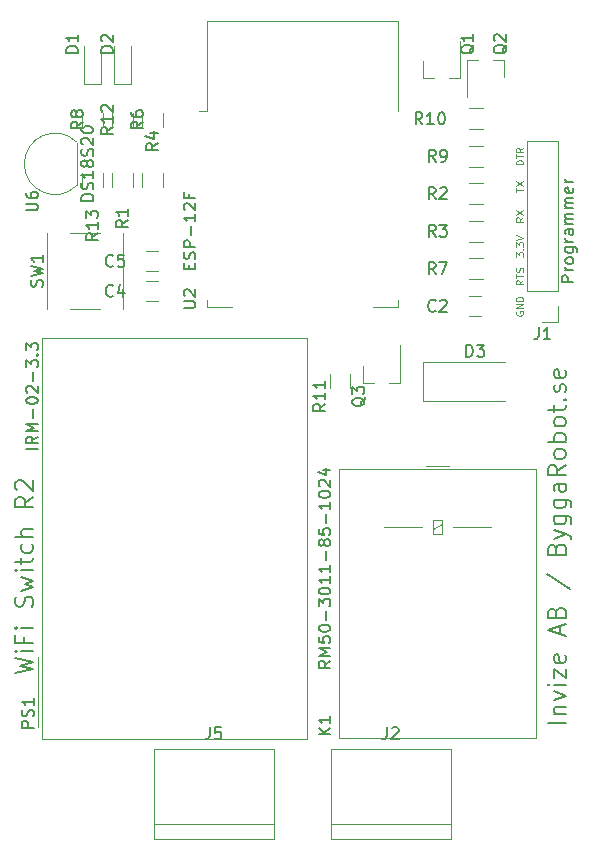
<source format=gbr>
G04 #@! TF.GenerationSoftware,KiCad,Pcbnew,(5.1.0)-1*
G04 #@! TF.CreationDate,2019-03-27T16:53:23+01:00*
G04 #@! TF.ProjectId,WiFi switch,57694669-2073-4776-9974-63682e6b6963,rev?*
G04 #@! TF.SameCoordinates,Original*
G04 #@! TF.FileFunction,Legend,Top*
G04 #@! TF.FilePolarity,Positive*
%FSLAX46Y46*%
G04 Gerber Fmt 4.6, Leading zero omitted, Abs format (unit mm)*
G04 Created by KiCad (PCBNEW (5.1.0)-1) date 2019-03-27 16:53:23*
%MOMM*%
%LPD*%
G04 APERTURE LIST*
%ADD10C,0.200000*%
%ADD11C,0.100000*%
%ADD12C,0.120000*%
%ADD13C,0.150000*%
G04 APERTURE END LIST*
D10*
X178248571Y-120609285D02*
X179748571Y-120252142D01*
X178677142Y-119966428D01*
X179748571Y-119680714D01*
X178248571Y-119323571D01*
X179748571Y-118752142D02*
X178748571Y-118752142D01*
X178248571Y-118752142D02*
X178320000Y-118823571D01*
X178391428Y-118752142D01*
X178320000Y-118680714D01*
X178248571Y-118752142D01*
X178391428Y-118752142D01*
X178962857Y-117537857D02*
X178962857Y-118037857D01*
X179748571Y-118037857D02*
X178248571Y-118037857D01*
X178248571Y-117323571D01*
X179748571Y-116752142D02*
X178748571Y-116752142D01*
X178248571Y-116752142D02*
X178320000Y-116823571D01*
X178391428Y-116752142D01*
X178320000Y-116680714D01*
X178248571Y-116752142D01*
X178391428Y-116752142D01*
X179677142Y-114966428D02*
X179748571Y-114752142D01*
X179748571Y-114395000D01*
X179677142Y-114252142D01*
X179605714Y-114180714D01*
X179462857Y-114109285D01*
X179320000Y-114109285D01*
X179177142Y-114180714D01*
X179105714Y-114252142D01*
X179034285Y-114395000D01*
X178962857Y-114680714D01*
X178891428Y-114823571D01*
X178820000Y-114895000D01*
X178677142Y-114966428D01*
X178534285Y-114966428D01*
X178391428Y-114895000D01*
X178320000Y-114823571D01*
X178248571Y-114680714D01*
X178248571Y-114323571D01*
X178320000Y-114109285D01*
X178748571Y-113609285D02*
X179748571Y-113323571D01*
X179034285Y-113037857D01*
X179748571Y-112752142D01*
X178748571Y-112466428D01*
X179748571Y-111895000D02*
X178748571Y-111895000D01*
X178248571Y-111895000D02*
X178320000Y-111966428D01*
X178391428Y-111895000D01*
X178320000Y-111823571D01*
X178248571Y-111895000D01*
X178391428Y-111895000D01*
X178748571Y-111395000D02*
X178748571Y-110823571D01*
X178248571Y-111180714D02*
X179534285Y-111180714D01*
X179677142Y-111109285D01*
X179748571Y-110966428D01*
X179748571Y-110823571D01*
X179677142Y-109680714D02*
X179748571Y-109823571D01*
X179748571Y-110109285D01*
X179677142Y-110252142D01*
X179605714Y-110323571D01*
X179462857Y-110395000D01*
X179034285Y-110395000D01*
X178891428Y-110323571D01*
X178820000Y-110252142D01*
X178748571Y-110109285D01*
X178748571Y-109823571D01*
X178820000Y-109680714D01*
X179748571Y-109037857D02*
X178248571Y-109037857D01*
X179748571Y-108395000D02*
X178962857Y-108395000D01*
X178820000Y-108466428D01*
X178748571Y-108609285D01*
X178748571Y-108823571D01*
X178820000Y-108966428D01*
X178891428Y-109037857D01*
X179748571Y-105680714D02*
X179034285Y-106180714D01*
X179748571Y-106537857D02*
X178248571Y-106537857D01*
X178248571Y-105966428D01*
X178320000Y-105823571D01*
X178391428Y-105752142D01*
X178534285Y-105680714D01*
X178748571Y-105680714D01*
X178891428Y-105752142D01*
X178962857Y-105823571D01*
X179034285Y-105966428D01*
X179034285Y-106537857D01*
X178391428Y-105109285D02*
X178320000Y-105037857D01*
X178248571Y-104895000D01*
X178248571Y-104537857D01*
X178320000Y-104395000D01*
X178391428Y-104323571D01*
X178534285Y-104252142D01*
X178677142Y-104252142D01*
X178891428Y-104323571D01*
X179748571Y-105180714D01*
X179748571Y-104252142D01*
X224833571Y-124783571D02*
X223333571Y-124783571D01*
X223833571Y-124069285D02*
X224833571Y-124069285D01*
X223976428Y-124069285D02*
X223905000Y-123997857D01*
X223833571Y-123855000D01*
X223833571Y-123640714D01*
X223905000Y-123497857D01*
X224047857Y-123426428D01*
X224833571Y-123426428D01*
X223833571Y-122855000D02*
X224833571Y-122497857D01*
X223833571Y-122140714D01*
X224833571Y-121569285D02*
X223833571Y-121569285D01*
X223333571Y-121569285D02*
X223405000Y-121640714D01*
X223476428Y-121569285D01*
X223405000Y-121497857D01*
X223333571Y-121569285D01*
X223476428Y-121569285D01*
X223833571Y-120997857D02*
X223833571Y-120212142D01*
X224833571Y-120997857D01*
X224833571Y-120212142D01*
X224762142Y-119069285D02*
X224833571Y-119212142D01*
X224833571Y-119497857D01*
X224762142Y-119640714D01*
X224619285Y-119712142D01*
X224047857Y-119712142D01*
X223905000Y-119640714D01*
X223833571Y-119497857D01*
X223833571Y-119212142D01*
X223905000Y-119069285D01*
X224047857Y-118997857D01*
X224190714Y-118997857D01*
X224333571Y-119712142D01*
X224405000Y-117283571D02*
X224405000Y-116569285D01*
X224833571Y-117426428D02*
X223333571Y-116926428D01*
X224833571Y-116426428D01*
X224047857Y-115426428D02*
X224119285Y-115212142D01*
X224190714Y-115140714D01*
X224333571Y-115069285D01*
X224547857Y-115069285D01*
X224690714Y-115140714D01*
X224762142Y-115212142D01*
X224833571Y-115355000D01*
X224833571Y-115926428D01*
X223333571Y-115926428D01*
X223333571Y-115426428D01*
X223405000Y-115283571D01*
X223476428Y-115212142D01*
X223619285Y-115140714D01*
X223762142Y-115140714D01*
X223905000Y-115212142D01*
X223976428Y-115283571D01*
X224047857Y-115426428D01*
X224047857Y-115926428D01*
X223262142Y-112212142D02*
X225190714Y-113497857D01*
X224047857Y-110069285D02*
X224119285Y-109855000D01*
X224190714Y-109783571D01*
X224333571Y-109712142D01*
X224547857Y-109712142D01*
X224690714Y-109783571D01*
X224762142Y-109855000D01*
X224833571Y-109997857D01*
X224833571Y-110569285D01*
X223333571Y-110569285D01*
X223333571Y-110069285D01*
X223405000Y-109926428D01*
X223476428Y-109855000D01*
X223619285Y-109783571D01*
X223762142Y-109783571D01*
X223905000Y-109855000D01*
X223976428Y-109926428D01*
X224047857Y-110069285D01*
X224047857Y-110569285D01*
X223833571Y-109212142D02*
X224833571Y-108855000D01*
X223833571Y-108497857D02*
X224833571Y-108855000D01*
X225190714Y-108997857D01*
X225262142Y-109069285D01*
X225333571Y-109212142D01*
X223833571Y-107283571D02*
X225047857Y-107283571D01*
X225190714Y-107355000D01*
X225262142Y-107426428D01*
X225333571Y-107569285D01*
X225333571Y-107783571D01*
X225262142Y-107926428D01*
X224762142Y-107283571D02*
X224833571Y-107426428D01*
X224833571Y-107712142D01*
X224762142Y-107855000D01*
X224690714Y-107926428D01*
X224547857Y-107997857D01*
X224119285Y-107997857D01*
X223976428Y-107926428D01*
X223905000Y-107855000D01*
X223833571Y-107712142D01*
X223833571Y-107426428D01*
X223905000Y-107283571D01*
X223833571Y-105926428D02*
X225047857Y-105926428D01*
X225190714Y-105997857D01*
X225262142Y-106069285D01*
X225333571Y-106212142D01*
X225333571Y-106426428D01*
X225262142Y-106569285D01*
X224762142Y-105926428D02*
X224833571Y-106069285D01*
X224833571Y-106355000D01*
X224762142Y-106497857D01*
X224690714Y-106569285D01*
X224547857Y-106640714D01*
X224119285Y-106640714D01*
X223976428Y-106569285D01*
X223905000Y-106497857D01*
X223833571Y-106355000D01*
X223833571Y-106069285D01*
X223905000Y-105926428D01*
X224833571Y-104569285D02*
X224047857Y-104569285D01*
X223905000Y-104640714D01*
X223833571Y-104783571D01*
X223833571Y-105069285D01*
X223905000Y-105212142D01*
X224762142Y-104569285D02*
X224833571Y-104712142D01*
X224833571Y-105069285D01*
X224762142Y-105212142D01*
X224619285Y-105283571D01*
X224476428Y-105283571D01*
X224333571Y-105212142D01*
X224262142Y-105069285D01*
X224262142Y-104712142D01*
X224190714Y-104569285D01*
X224833571Y-102997857D02*
X224119285Y-103497857D01*
X224833571Y-103855000D02*
X223333571Y-103855000D01*
X223333571Y-103283571D01*
X223405000Y-103140714D01*
X223476428Y-103069285D01*
X223619285Y-102997857D01*
X223833571Y-102997857D01*
X223976428Y-103069285D01*
X224047857Y-103140714D01*
X224119285Y-103283571D01*
X224119285Y-103855000D01*
X224833571Y-102140714D02*
X224762142Y-102283571D01*
X224690714Y-102355000D01*
X224547857Y-102426428D01*
X224119285Y-102426428D01*
X223976428Y-102355000D01*
X223905000Y-102283571D01*
X223833571Y-102140714D01*
X223833571Y-101926428D01*
X223905000Y-101783571D01*
X223976428Y-101712142D01*
X224119285Y-101640714D01*
X224547857Y-101640714D01*
X224690714Y-101712142D01*
X224762142Y-101783571D01*
X224833571Y-101926428D01*
X224833571Y-102140714D01*
X224833571Y-100997857D02*
X223333571Y-100997857D01*
X223905000Y-100997857D02*
X223833571Y-100855000D01*
X223833571Y-100569285D01*
X223905000Y-100426428D01*
X223976428Y-100355000D01*
X224119285Y-100283571D01*
X224547857Y-100283571D01*
X224690714Y-100355000D01*
X224762142Y-100426428D01*
X224833571Y-100569285D01*
X224833571Y-100855000D01*
X224762142Y-100997857D01*
X224833571Y-99426428D02*
X224762142Y-99569285D01*
X224690714Y-99640714D01*
X224547857Y-99712142D01*
X224119285Y-99712142D01*
X223976428Y-99640714D01*
X223905000Y-99569285D01*
X223833571Y-99426428D01*
X223833571Y-99212142D01*
X223905000Y-99069285D01*
X223976428Y-98997857D01*
X224119285Y-98926428D01*
X224547857Y-98926428D01*
X224690714Y-98997857D01*
X224762142Y-99069285D01*
X224833571Y-99212142D01*
X224833571Y-99426428D01*
X223833571Y-98497857D02*
X223833571Y-97926428D01*
X223333571Y-98283571D02*
X224619285Y-98283571D01*
X224762142Y-98212142D01*
X224833571Y-98069285D01*
X224833571Y-97926428D01*
X224690714Y-97426428D02*
X224762142Y-97355000D01*
X224833571Y-97426428D01*
X224762142Y-97497857D01*
X224690714Y-97426428D01*
X224833571Y-97426428D01*
X224762142Y-96783571D02*
X224833571Y-96640714D01*
X224833571Y-96355000D01*
X224762142Y-96212142D01*
X224619285Y-96140714D01*
X224547857Y-96140714D01*
X224405000Y-96212142D01*
X224333571Y-96355000D01*
X224333571Y-96569285D01*
X224262142Y-96712142D01*
X224119285Y-96783571D01*
X224047857Y-96783571D01*
X223905000Y-96712142D01*
X223833571Y-96569285D01*
X223833571Y-96355000D01*
X223905000Y-96212142D01*
X224762142Y-94926428D02*
X224833571Y-95069285D01*
X224833571Y-95355000D01*
X224762142Y-95497857D01*
X224619285Y-95569285D01*
X224047857Y-95569285D01*
X223905000Y-95497857D01*
X223833571Y-95355000D01*
X223833571Y-95069285D01*
X223905000Y-94926428D01*
X224047857Y-94855000D01*
X224190714Y-94855000D01*
X224333571Y-95569285D01*
D11*
X220680000Y-89992142D02*
X220651428Y-90049285D01*
X220651428Y-90135000D01*
X220680000Y-90220714D01*
X220737142Y-90277857D01*
X220794285Y-90306428D01*
X220908571Y-90335000D01*
X220994285Y-90335000D01*
X221108571Y-90306428D01*
X221165714Y-90277857D01*
X221222857Y-90220714D01*
X221251428Y-90135000D01*
X221251428Y-90077857D01*
X221222857Y-89992142D01*
X221194285Y-89963571D01*
X220994285Y-89963571D01*
X220994285Y-90077857D01*
X221251428Y-89706428D02*
X220651428Y-89706428D01*
X221251428Y-89363571D01*
X220651428Y-89363571D01*
X221251428Y-89077857D02*
X220651428Y-89077857D01*
X220651428Y-88935000D01*
X220680000Y-88849285D01*
X220737142Y-88792142D01*
X220794285Y-88763571D01*
X220908571Y-88735000D01*
X220994285Y-88735000D01*
X221108571Y-88763571D01*
X221165714Y-88792142D01*
X221222857Y-88849285D01*
X221251428Y-88935000D01*
X221251428Y-89077857D01*
X221251428Y-87323571D02*
X220965714Y-87523571D01*
X221251428Y-87666428D02*
X220651428Y-87666428D01*
X220651428Y-87437857D01*
X220680000Y-87380714D01*
X220708571Y-87352142D01*
X220765714Y-87323571D01*
X220851428Y-87323571D01*
X220908571Y-87352142D01*
X220937142Y-87380714D01*
X220965714Y-87437857D01*
X220965714Y-87666428D01*
X220651428Y-87152142D02*
X220651428Y-86809285D01*
X221251428Y-86980714D02*
X220651428Y-86980714D01*
X221222857Y-86637857D02*
X221251428Y-86552142D01*
X221251428Y-86409285D01*
X221222857Y-86352142D01*
X221194285Y-86323571D01*
X221137142Y-86295000D01*
X221080000Y-86295000D01*
X221022857Y-86323571D01*
X220994285Y-86352142D01*
X220965714Y-86409285D01*
X220937142Y-86523571D01*
X220908571Y-86580714D01*
X220880000Y-86609285D01*
X220822857Y-86637857D01*
X220765714Y-86637857D01*
X220708571Y-86609285D01*
X220680000Y-86580714D01*
X220651428Y-86523571D01*
X220651428Y-86380714D01*
X220680000Y-86295000D01*
X220651428Y-85340714D02*
X220651428Y-84969285D01*
X220880000Y-85169285D01*
X220880000Y-85083571D01*
X220908571Y-85026428D01*
X220937142Y-84997857D01*
X220994285Y-84969285D01*
X221137142Y-84969285D01*
X221194285Y-84997857D01*
X221222857Y-85026428D01*
X221251428Y-85083571D01*
X221251428Y-85255000D01*
X221222857Y-85312142D01*
X221194285Y-85340714D01*
X221194285Y-84712142D02*
X221222857Y-84683571D01*
X221251428Y-84712142D01*
X221222857Y-84740714D01*
X221194285Y-84712142D01*
X221251428Y-84712142D01*
X220651428Y-84483571D02*
X220651428Y-84112142D01*
X220880000Y-84312142D01*
X220880000Y-84226428D01*
X220908571Y-84169285D01*
X220937142Y-84140714D01*
X220994285Y-84112142D01*
X221137142Y-84112142D01*
X221194285Y-84140714D01*
X221222857Y-84169285D01*
X221251428Y-84226428D01*
X221251428Y-84397857D01*
X221222857Y-84455000D01*
X221194285Y-84483571D01*
X220651428Y-83940714D02*
X221251428Y-83740714D01*
X220651428Y-83540714D01*
X221251428Y-82015000D02*
X220965714Y-82215000D01*
X221251428Y-82357857D02*
X220651428Y-82357857D01*
X220651428Y-82129285D01*
X220680000Y-82072142D01*
X220708571Y-82043571D01*
X220765714Y-82015000D01*
X220851428Y-82015000D01*
X220908571Y-82043571D01*
X220937142Y-82072142D01*
X220965714Y-82129285D01*
X220965714Y-82357857D01*
X220651428Y-81815000D02*
X221251428Y-81415000D01*
X220651428Y-81415000D02*
X221251428Y-81815000D01*
X221251428Y-77520714D02*
X220651428Y-77520714D01*
X220651428Y-77377857D01*
X220680000Y-77292142D01*
X220737142Y-77235000D01*
X220794285Y-77206428D01*
X220908571Y-77177857D01*
X220994285Y-77177857D01*
X221108571Y-77206428D01*
X221165714Y-77235000D01*
X221222857Y-77292142D01*
X221251428Y-77377857D01*
X221251428Y-77520714D01*
X220651428Y-77006428D02*
X220651428Y-76663571D01*
X221251428Y-76835000D02*
X220651428Y-76835000D01*
X221251428Y-76120714D02*
X220965714Y-76320714D01*
X221251428Y-76463571D02*
X220651428Y-76463571D01*
X220651428Y-76235000D01*
X220680000Y-76177857D01*
X220708571Y-76149285D01*
X220765714Y-76120714D01*
X220851428Y-76120714D01*
X220908571Y-76149285D01*
X220937142Y-76177857D01*
X220965714Y-76235000D01*
X220965714Y-76463571D01*
X220651428Y-79832142D02*
X220651428Y-79489285D01*
X221251428Y-79660714D02*
X220651428Y-79660714D01*
X220651428Y-79346428D02*
X221251428Y-78946428D01*
X220651428Y-78946428D02*
X221251428Y-79346428D01*
D12*
X215120000Y-133350000D02*
X204960000Y-133350000D01*
X215120000Y-134620000D02*
X215120000Y-127000000D01*
X215120000Y-127000000D02*
X204960000Y-127000000D01*
X204960000Y-127000000D02*
X204960000Y-134620000D01*
X204960000Y-134620000D02*
X215120000Y-134620000D01*
X194445000Y-72970000D02*
X193835000Y-72970000D01*
X194445000Y-72970000D02*
X194445000Y-65350000D01*
X194445000Y-89590000D02*
X194445000Y-88970000D01*
X196565000Y-89590000D02*
X194445000Y-89590000D01*
X210685000Y-89590000D02*
X208565000Y-89590000D01*
X210685000Y-88970000D02*
X210685000Y-89590000D01*
X210685000Y-65350000D02*
X210685000Y-72970000D01*
X194445000Y-65350000D02*
X210685000Y-65350000D01*
X219630000Y-68685000D02*
X218700000Y-68685000D01*
X216470000Y-68685000D02*
X217400000Y-68685000D01*
X216470000Y-68685000D02*
X216470000Y-71845000D01*
X219630000Y-68685000D02*
X219630000Y-70145000D01*
X207655000Y-96010000D02*
X208585000Y-96010000D01*
X210815000Y-96010000D02*
X209885000Y-96010000D01*
X210815000Y-96010000D02*
X210815000Y-92850000D01*
X207655000Y-96010000D02*
X207655000Y-94550000D01*
X224215000Y-90865000D02*
X222885000Y-90865000D01*
X224215000Y-89535000D02*
X224215000Y-90865000D01*
X224215000Y-88265000D02*
X221555000Y-88265000D01*
X221555000Y-88265000D02*
X221555000Y-75505000D01*
X224215000Y-88265000D02*
X224215000Y-75505000D01*
X224215000Y-75505000D02*
X221555000Y-75505000D01*
X212730000Y-70205000D02*
X212730000Y-68745000D01*
X215890000Y-70205000D02*
X215890000Y-67045000D01*
X215890000Y-70205000D02*
X214960000Y-70205000D01*
X212730000Y-70205000D02*
X213660000Y-70205000D01*
X183448478Y-75631522D02*
G75*
G03X179010000Y-77470000I-1838478J-1838478D01*
G01*
X183448478Y-79308478D02*
G75*
G02X179010000Y-77470000I-1838478J1838478D01*
G01*
X183460000Y-79270000D02*
X183460000Y-75670000D01*
X186575000Y-70700000D02*
X188075000Y-70700000D01*
X186575000Y-70700000D02*
X186575000Y-67500000D01*
X188075000Y-67500000D02*
X188075000Y-70700000D01*
X212770000Y-94235000D02*
X212770000Y-97535000D01*
X212770000Y-97535000D02*
X219670000Y-97535000D01*
X212770000Y-94235000D02*
X219670000Y-94235000D01*
X185665000Y-73140000D02*
X185665000Y-74340000D01*
X183905000Y-74340000D02*
X183905000Y-73140000D01*
X180200000Y-125190000D02*
X180200000Y-119190000D01*
X202970000Y-126160000D02*
X202970000Y-92220000D01*
X180530000Y-126160000D02*
X180530000Y-92220000D01*
X180530000Y-92220000D02*
X202970000Y-92220000D01*
X202970000Y-126160000D02*
X180530000Y-126160000D01*
X217650000Y-88685000D02*
X216650000Y-88685000D01*
X216650000Y-90385000D02*
X217650000Y-90385000D01*
X189345000Y-89115000D02*
X190345000Y-89115000D01*
X190345000Y-87415000D02*
X189345000Y-87415000D01*
X190345000Y-84875000D02*
X189345000Y-84875000D01*
X189345000Y-86575000D02*
X190345000Y-86575000D01*
X184035000Y-70700000D02*
X185535000Y-70700000D01*
X184035000Y-70700000D02*
X184035000Y-67500000D01*
X185535000Y-67500000D02*
X185535000Y-70700000D01*
X188205000Y-78220000D02*
X188205000Y-79420000D01*
X186445000Y-79420000D02*
X186445000Y-78220000D01*
X216650000Y-79130000D02*
X217850000Y-79130000D01*
X217850000Y-80890000D02*
X216650000Y-80890000D01*
X216650000Y-82305000D02*
X217850000Y-82305000D01*
X217850000Y-84065000D02*
X216650000Y-84065000D01*
X188985000Y-74340000D02*
X188985000Y-73140000D01*
X190745000Y-73140000D02*
X190745000Y-74340000D01*
X216650000Y-85480000D02*
X217850000Y-85480000D01*
X217850000Y-87240000D02*
X216650000Y-87240000D01*
X217850000Y-77715000D02*
X216650000Y-77715000D01*
X216650000Y-75955000D02*
X217850000Y-75955000D01*
X216650000Y-72780000D02*
X217850000Y-72780000D01*
X217850000Y-74540000D02*
X216650000Y-74540000D01*
X204860000Y-96485000D02*
X204860000Y-95285000D01*
X206620000Y-95285000D02*
X206620000Y-96485000D01*
X188205000Y-73140000D02*
X188205000Y-74340000D01*
X186445000Y-74340000D02*
X186445000Y-73140000D01*
X185665000Y-78220000D02*
X185665000Y-79420000D01*
X183905000Y-79420000D02*
X183905000Y-78220000D01*
X215350000Y-108200000D02*
X218500000Y-108200000D01*
X209500000Y-108200000D02*
X212650000Y-108200000D01*
X213000000Y-103090000D02*
X215000000Y-103090000D01*
X213650000Y-108800000D02*
X214350000Y-108800000D01*
X213650000Y-107600000D02*
X213650000Y-108800000D01*
X214350000Y-107600000D02*
X213650000Y-107600000D01*
X214350000Y-108800000D02*
X214350000Y-107600000D01*
X213650000Y-108400000D02*
X214350000Y-108000000D01*
X205650000Y-126050000D02*
X222350000Y-126050000D01*
X205650000Y-103350000D02*
X205650000Y-126050000D01*
X222350000Y-103350000D02*
X205650000Y-103350000D01*
X222350000Y-126050000D02*
X222350000Y-103350000D01*
X190745000Y-78220000D02*
X190745000Y-79420000D01*
X188985000Y-79420000D02*
X188985000Y-78220000D01*
X189960000Y-134620000D02*
X200120000Y-134620000D01*
X189960000Y-127000000D02*
X189960000Y-134620000D01*
X200120000Y-127000000D02*
X189960000Y-127000000D01*
X200120000Y-134620000D02*
X200120000Y-127000000D01*
X200120000Y-133350000D02*
X189960000Y-133350000D01*
X187380000Y-89760000D02*
X187380000Y-83300000D01*
X182850000Y-89760000D02*
X185450000Y-89760000D01*
X180920000Y-89760000D02*
X180920000Y-83300000D01*
X182850000Y-83300000D02*
X185450000Y-83300000D01*
X180950000Y-89760000D02*
X180920000Y-89760000D01*
X187380000Y-89760000D02*
X187350000Y-89760000D01*
X187380000Y-83300000D02*
X187350000Y-83300000D01*
X180920000Y-83300000D02*
X180950000Y-83300000D01*
D13*
X209706666Y-125182380D02*
X209706666Y-125896666D01*
X209659047Y-126039523D01*
X209563809Y-126134761D01*
X209420952Y-126182380D01*
X209325714Y-126182380D01*
X210135238Y-125277619D02*
X210182857Y-125230000D01*
X210278095Y-125182380D01*
X210516190Y-125182380D01*
X210611428Y-125230000D01*
X210659047Y-125277619D01*
X210706666Y-125372857D01*
X210706666Y-125468095D01*
X210659047Y-125610952D01*
X210087619Y-126182380D01*
X210706666Y-126182380D01*
X192492380Y-89661904D02*
X193301904Y-89661904D01*
X193397142Y-89614285D01*
X193444761Y-89566666D01*
X193492380Y-89471428D01*
X193492380Y-89280952D01*
X193444761Y-89185714D01*
X193397142Y-89138095D01*
X193301904Y-89090476D01*
X192492380Y-89090476D01*
X192587619Y-88661904D02*
X192540000Y-88614285D01*
X192492380Y-88519047D01*
X192492380Y-88280952D01*
X192540000Y-88185714D01*
X192587619Y-88138095D01*
X192682857Y-88090476D01*
X192778095Y-88090476D01*
X192920952Y-88138095D01*
X193492380Y-88709523D01*
X193492380Y-88090476D01*
X192968571Y-86375476D02*
X192968571Y-86042142D01*
X193492380Y-85899285D02*
X193492380Y-86375476D01*
X192492380Y-86375476D01*
X192492380Y-85899285D01*
X193444761Y-85518333D02*
X193492380Y-85375476D01*
X193492380Y-85137380D01*
X193444761Y-85042142D01*
X193397142Y-84994523D01*
X193301904Y-84946904D01*
X193206666Y-84946904D01*
X193111428Y-84994523D01*
X193063809Y-85042142D01*
X193016190Y-85137380D01*
X192968571Y-85327857D01*
X192920952Y-85423095D01*
X192873333Y-85470714D01*
X192778095Y-85518333D01*
X192682857Y-85518333D01*
X192587619Y-85470714D01*
X192540000Y-85423095D01*
X192492380Y-85327857D01*
X192492380Y-85089761D01*
X192540000Y-84946904D01*
X193492380Y-84518333D02*
X192492380Y-84518333D01*
X192492380Y-84137380D01*
X192540000Y-84042142D01*
X192587619Y-83994523D01*
X192682857Y-83946904D01*
X192825714Y-83946904D01*
X192920952Y-83994523D01*
X192968571Y-84042142D01*
X193016190Y-84137380D01*
X193016190Y-84518333D01*
X193111428Y-83518333D02*
X193111428Y-82756428D01*
X193492380Y-81756428D02*
X193492380Y-82327857D01*
X193492380Y-82042142D02*
X192492380Y-82042142D01*
X192635238Y-82137380D01*
X192730476Y-82232619D01*
X192778095Y-82327857D01*
X192587619Y-81375476D02*
X192540000Y-81327857D01*
X192492380Y-81232619D01*
X192492380Y-80994523D01*
X192540000Y-80899285D01*
X192587619Y-80851666D01*
X192682857Y-80804047D01*
X192778095Y-80804047D01*
X192920952Y-80851666D01*
X193492380Y-81423095D01*
X193492380Y-80804047D01*
X192968571Y-80042142D02*
X192968571Y-80375476D01*
X193492380Y-80375476D02*
X192492380Y-80375476D01*
X192492380Y-79899285D01*
X219867619Y-67405238D02*
X219820000Y-67500476D01*
X219724761Y-67595714D01*
X219581904Y-67738571D01*
X219534285Y-67833809D01*
X219534285Y-67929047D01*
X219772380Y-67881428D02*
X219724761Y-67976666D01*
X219629523Y-68071904D01*
X219439047Y-68119523D01*
X219105714Y-68119523D01*
X218915238Y-68071904D01*
X218820000Y-67976666D01*
X218772380Y-67881428D01*
X218772380Y-67690952D01*
X218820000Y-67595714D01*
X218915238Y-67500476D01*
X219105714Y-67452857D01*
X219439047Y-67452857D01*
X219629523Y-67500476D01*
X219724761Y-67595714D01*
X219772380Y-67690952D01*
X219772380Y-67881428D01*
X218867619Y-67071904D02*
X218820000Y-67024285D01*
X218772380Y-66929047D01*
X218772380Y-66690952D01*
X218820000Y-66595714D01*
X218867619Y-66548095D01*
X218962857Y-66500476D01*
X219058095Y-66500476D01*
X219200952Y-66548095D01*
X219772380Y-67119523D01*
X219772380Y-66500476D01*
X207877619Y-97250238D02*
X207830000Y-97345476D01*
X207734761Y-97440714D01*
X207591904Y-97583571D01*
X207544285Y-97678809D01*
X207544285Y-97774047D01*
X207782380Y-97726428D02*
X207734761Y-97821666D01*
X207639523Y-97916904D01*
X207449047Y-97964523D01*
X207115714Y-97964523D01*
X206925238Y-97916904D01*
X206830000Y-97821666D01*
X206782380Y-97726428D01*
X206782380Y-97535952D01*
X206830000Y-97440714D01*
X206925238Y-97345476D01*
X207115714Y-97297857D01*
X207449047Y-97297857D01*
X207639523Y-97345476D01*
X207734761Y-97440714D01*
X207782380Y-97535952D01*
X207782380Y-97726428D01*
X206782380Y-96964523D02*
X206782380Y-96345476D01*
X207163333Y-96678809D01*
X207163333Y-96535952D01*
X207210952Y-96440714D01*
X207258571Y-96393095D01*
X207353809Y-96345476D01*
X207591904Y-96345476D01*
X207687142Y-96393095D01*
X207734761Y-96440714D01*
X207782380Y-96535952D01*
X207782380Y-96821666D01*
X207734761Y-96916904D01*
X207687142Y-96964523D01*
X222551666Y-91317380D02*
X222551666Y-92031666D01*
X222504047Y-92174523D01*
X222408809Y-92269761D01*
X222265952Y-92317380D01*
X222170714Y-92317380D01*
X223551666Y-92317380D02*
X222980238Y-92317380D01*
X223265952Y-92317380D02*
X223265952Y-91317380D01*
X223170714Y-91460238D01*
X223075476Y-91555476D01*
X222980238Y-91603095D01*
X225496380Y-87494523D02*
X224496380Y-87494523D01*
X224496380Y-87113571D01*
X224544000Y-87018333D01*
X224591619Y-86970714D01*
X224686857Y-86923095D01*
X224829714Y-86923095D01*
X224924952Y-86970714D01*
X224972571Y-87018333D01*
X225020190Y-87113571D01*
X225020190Y-87494523D01*
X225496380Y-86494523D02*
X224829714Y-86494523D01*
X225020190Y-86494523D02*
X224924952Y-86446904D01*
X224877333Y-86399285D01*
X224829714Y-86304047D01*
X224829714Y-86208809D01*
X225496380Y-85732619D02*
X225448761Y-85827857D01*
X225401142Y-85875476D01*
X225305904Y-85923095D01*
X225020190Y-85923095D01*
X224924952Y-85875476D01*
X224877333Y-85827857D01*
X224829714Y-85732619D01*
X224829714Y-85589761D01*
X224877333Y-85494523D01*
X224924952Y-85446904D01*
X225020190Y-85399285D01*
X225305904Y-85399285D01*
X225401142Y-85446904D01*
X225448761Y-85494523D01*
X225496380Y-85589761D01*
X225496380Y-85732619D01*
X224829714Y-84542142D02*
X225639238Y-84542142D01*
X225734476Y-84589761D01*
X225782095Y-84637380D01*
X225829714Y-84732619D01*
X225829714Y-84875476D01*
X225782095Y-84970714D01*
X225448761Y-84542142D02*
X225496380Y-84637380D01*
X225496380Y-84827857D01*
X225448761Y-84923095D01*
X225401142Y-84970714D01*
X225305904Y-85018333D01*
X225020190Y-85018333D01*
X224924952Y-84970714D01*
X224877333Y-84923095D01*
X224829714Y-84827857D01*
X224829714Y-84637380D01*
X224877333Y-84542142D01*
X225496380Y-84065952D02*
X224829714Y-84065952D01*
X225020190Y-84065952D02*
X224924952Y-84018333D01*
X224877333Y-83970714D01*
X224829714Y-83875476D01*
X224829714Y-83780238D01*
X225496380Y-83018333D02*
X224972571Y-83018333D01*
X224877333Y-83065952D01*
X224829714Y-83161190D01*
X224829714Y-83351666D01*
X224877333Y-83446904D01*
X225448761Y-83018333D02*
X225496380Y-83113571D01*
X225496380Y-83351666D01*
X225448761Y-83446904D01*
X225353523Y-83494523D01*
X225258285Y-83494523D01*
X225163047Y-83446904D01*
X225115428Y-83351666D01*
X225115428Y-83113571D01*
X225067809Y-83018333D01*
X225496380Y-82542142D02*
X224829714Y-82542142D01*
X224924952Y-82542142D02*
X224877333Y-82494523D01*
X224829714Y-82399285D01*
X224829714Y-82256428D01*
X224877333Y-82161190D01*
X224972571Y-82113571D01*
X225496380Y-82113571D01*
X224972571Y-82113571D02*
X224877333Y-82065952D01*
X224829714Y-81970714D01*
X224829714Y-81827857D01*
X224877333Y-81732619D01*
X224972571Y-81685000D01*
X225496380Y-81685000D01*
X225496380Y-81208809D02*
X224829714Y-81208809D01*
X224924952Y-81208809D02*
X224877333Y-81161190D01*
X224829714Y-81065952D01*
X224829714Y-80923095D01*
X224877333Y-80827857D01*
X224972571Y-80780238D01*
X225496380Y-80780238D01*
X224972571Y-80780238D02*
X224877333Y-80732619D01*
X224829714Y-80637380D01*
X224829714Y-80494523D01*
X224877333Y-80399285D01*
X224972571Y-80351666D01*
X225496380Y-80351666D01*
X225448761Y-79494523D02*
X225496380Y-79589761D01*
X225496380Y-79780238D01*
X225448761Y-79875476D01*
X225353523Y-79923095D01*
X224972571Y-79923095D01*
X224877333Y-79875476D01*
X224829714Y-79780238D01*
X224829714Y-79589761D01*
X224877333Y-79494523D01*
X224972571Y-79446904D01*
X225067809Y-79446904D01*
X225163047Y-79923095D01*
X225496380Y-79018333D02*
X224829714Y-79018333D01*
X225020190Y-79018333D02*
X224924952Y-78970714D01*
X224877333Y-78923095D01*
X224829714Y-78827857D01*
X224829714Y-78732619D01*
X217082619Y-67405238D02*
X217035000Y-67500476D01*
X216939761Y-67595714D01*
X216796904Y-67738571D01*
X216749285Y-67833809D01*
X216749285Y-67929047D01*
X216987380Y-67881428D02*
X216939761Y-67976666D01*
X216844523Y-68071904D01*
X216654047Y-68119523D01*
X216320714Y-68119523D01*
X216130238Y-68071904D01*
X216035000Y-67976666D01*
X215987380Y-67881428D01*
X215987380Y-67690952D01*
X216035000Y-67595714D01*
X216130238Y-67500476D01*
X216320714Y-67452857D01*
X216654047Y-67452857D01*
X216844523Y-67500476D01*
X216939761Y-67595714D01*
X216987380Y-67690952D01*
X216987380Y-67881428D01*
X216987380Y-66500476D02*
X216987380Y-67071904D01*
X216987380Y-66786190D02*
X215987380Y-66786190D01*
X216130238Y-66881428D01*
X216225476Y-66976666D01*
X216273095Y-67071904D01*
X179157380Y-81406904D02*
X179966904Y-81406904D01*
X180062142Y-81359285D01*
X180109761Y-81311666D01*
X180157380Y-81216428D01*
X180157380Y-81025952D01*
X180109761Y-80930714D01*
X180062142Y-80883095D01*
X179966904Y-80835476D01*
X179157380Y-80835476D01*
X179157380Y-79930714D02*
X179157380Y-80121190D01*
X179205000Y-80216428D01*
X179252619Y-80264047D01*
X179395476Y-80359285D01*
X179585952Y-80406904D01*
X179966904Y-80406904D01*
X180062142Y-80359285D01*
X180109761Y-80311666D01*
X180157380Y-80216428D01*
X180157380Y-80025952D01*
X180109761Y-79930714D01*
X180062142Y-79883095D01*
X179966904Y-79835476D01*
X179728809Y-79835476D01*
X179633571Y-79883095D01*
X179585952Y-79930714D01*
X179538333Y-80025952D01*
X179538333Y-80216428D01*
X179585952Y-80311666D01*
X179633571Y-80359285D01*
X179728809Y-80406904D01*
X184852380Y-80589047D02*
X183852380Y-80589047D01*
X183852380Y-80350952D01*
X183900000Y-80208095D01*
X183995238Y-80112857D01*
X184090476Y-80065238D01*
X184280952Y-80017619D01*
X184423809Y-80017619D01*
X184614285Y-80065238D01*
X184709523Y-80112857D01*
X184804761Y-80208095D01*
X184852380Y-80350952D01*
X184852380Y-80589047D01*
X184804761Y-79636666D02*
X184852380Y-79493809D01*
X184852380Y-79255714D01*
X184804761Y-79160476D01*
X184757142Y-79112857D01*
X184661904Y-79065238D01*
X184566666Y-79065238D01*
X184471428Y-79112857D01*
X184423809Y-79160476D01*
X184376190Y-79255714D01*
X184328571Y-79446190D01*
X184280952Y-79541428D01*
X184233333Y-79589047D01*
X184138095Y-79636666D01*
X184042857Y-79636666D01*
X183947619Y-79589047D01*
X183900000Y-79541428D01*
X183852380Y-79446190D01*
X183852380Y-79208095D01*
X183900000Y-79065238D01*
X184852380Y-78112857D02*
X184852380Y-78684285D01*
X184852380Y-78398571D02*
X183852380Y-78398571D01*
X183995238Y-78493809D01*
X184090476Y-78589047D01*
X184138095Y-78684285D01*
X184280952Y-77541428D02*
X184233333Y-77636666D01*
X184185714Y-77684285D01*
X184090476Y-77731904D01*
X184042857Y-77731904D01*
X183947619Y-77684285D01*
X183900000Y-77636666D01*
X183852380Y-77541428D01*
X183852380Y-77350952D01*
X183900000Y-77255714D01*
X183947619Y-77208095D01*
X184042857Y-77160476D01*
X184090476Y-77160476D01*
X184185714Y-77208095D01*
X184233333Y-77255714D01*
X184280952Y-77350952D01*
X184280952Y-77541428D01*
X184328571Y-77636666D01*
X184376190Y-77684285D01*
X184471428Y-77731904D01*
X184661904Y-77731904D01*
X184757142Y-77684285D01*
X184804761Y-77636666D01*
X184852380Y-77541428D01*
X184852380Y-77350952D01*
X184804761Y-77255714D01*
X184757142Y-77208095D01*
X184661904Y-77160476D01*
X184471428Y-77160476D01*
X184376190Y-77208095D01*
X184328571Y-77255714D01*
X184280952Y-77350952D01*
X184804761Y-76779523D02*
X184852380Y-76636666D01*
X184852380Y-76398571D01*
X184804761Y-76303333D01*
X184757142Y-76255714D01*
X184661904Y-76208095D01*
X184566666Y-76208095D01*
X184471428Y-76255714D01*
X184423809Y-76303333D01*
X184376190Y-76398571D01*
X184328571Y-76589047D01*
X184280952Y-76684285D01*
X184233333Y-76731904D01*
X184138095Y-76779523D01*
X184042857Y-76779523D01*
X183947619Y-76731904D01*
X183900000Y-76684285D01*
X183852380Y-76589047D01*
X183852380Y-76350952D01*
X183900000Y-76208095D01*
X183947619Y-75827142D02*
X183900000Y-75779523D01*
X183852380Y-75684285D01*
X183852380Y-75446190D01*
X183900000Y-75350952D01*
X183947619Y-75303333D01*
X184042857Y-75255714D01*
X184138095Y-75255714D01*
X184280952Y-75303333D01*
X184852380Y-75874761D01*
X184852380Y-75255714D01*
X183852380Y-74636666D02*
X183852380Y-74541428D01*
X183900000Y-74446190D01*
X183947619Y-74398571D01*
X184042857Y-74350952D01*
X184233333Y-74303333D01*
X184471428Y-74303333D01*
X184661904Y-74350952D01*
X184757142Y-74398571D01*
X184804761Y-74446190D01*
X184852380Y-74541428D01*
X184852380Y-74636666D01*
X184804761Y-74731904D01*
X184757142Y-74779523D01*
X184661904Y-74827142D01*
X184471428Y-74874761D01*
X184233333Y-74874761D01*
X184042857Y-74827142D01*
X183947619Y-74779523D01*
X183900000Y-74731904D01*
X183852380Y-74636666D01*
X186507380Y-68048095D02*
X185507380Y-68048095D01*
X185507380Y-67810000D01*
X185555000Y-67667142D01*
X185650238Y-67571904D01*
X185745476Y-67524285D01*
X185935952Y-67476666D01*
X186078809Y-67476666D01*
X186269285Y-67524285D01*
X186364523Y-67571904D01*
X186459761Y-67667142D01*
X186507380Y-67810000D01*
X186507380Y-68048095D01*
X185602619Y-67095714D02*
X185555000Y-67048095D01*
X185507380Y-66952857D01*
X185507380Y-66714761D01*
X185555000Y-66619523D01*
X185602619Y-66571904D01*
X185697857Y-66524285D01*
X185793095Y-66524285D01*
X185935952Y-66571904D01*
X186507380Y-67143333D01*
X186507380Y-66524285D01*
X216431904Y-93797380D02*
X216431904Y-92797380D01*
X216670000Y-92797380D01*
X216812857Y-92845000D01*
X216908095Y-92940238D01*
X216955714Y-93035476D01*
X217003333Y-93225952D01*
X217003333Y-93368809D01*
X216955714Y-93559285D01*
X216908095Y-93654523D01*
X216812857Y-93749761D01*
X216670000Y-93797380D01*
X216431904Y-93797380D01*
X217336666Y-92797380D02*
X217955714Y-92797380D01*
X217622380Y-93178333D01*
X217765238Y-93178333D01*
X217860476Y-93225952D01*
X217908095Y-93273571D01*
X217955714Y-93368809D01*
X217955714Y-93606904D01*
X217908095Y-93702142D01*
X217860476Y-93749761D01*
X217765238Y-93797380D01*
X217479523Y-93797380D01*
X217384285Y-93749761D01*
X217336666Y-93702142D01*
X183967380Y-73906666D02*
X183491190Y-74240000D01*
X183967380Y-74478095D02*
X182967380Y-74478095D01*
X182967380Y-74097142D01*
X183015000Y-74001904D01*
X183062619Y-73954285D01*
X183157857Y-73906666D01*
X183300714Y-73906666D01*
X183395952Y-73954285D01*
X183443571Y-74001904D01*
X183491190Y-74097142D01*
X183491190Y-74478095D01*
X183395952Y-73335238D02*
X183348333Y-73430476D01*
X183300714Y-73478095D01*
X183205476Y-73525714D01*
X183157857Y-73525714D01*
X183062619Y-73478095D01*
X183015000Y-73430476D01*
X182967380Y-73335238D01*
X182967380Y-73144761D01*
X183015000Y-73049523D01*
X183062619Y-73001904D01*
X183157857Y-72954285D01*
X183205476Y-72954285D01*
X183300714Y-73001904D01*
X183348333Y-73049523D01*
X183395952Y-73144761D01*
X183395952Y-73335238D01*
X183443571Y-73430476D01*
X183491190Y-73478095D01*
X183586428Y-73525714D01*
X183776904Y-73525714D01*
X183872142Y-73478095D01*
X183919761Y-73430476D01*
X183967380Y-73335238D01*
X183967380Y-73144761D01*
X183919761Y-73049523D01*
X183872142Y-73001904D01*
X183776904Y-72954285D01*
X183586428Y-72954285D01*
X183491190Y-73001904D01*
X183443571Y-73049523D01*
X183395952Y-73144761D01*
X179802380Y-125204285D02*
X178802380Y-125204285D01*
X178802380Y-124823333D01*
X178850000Y-124728095D01*
X178897619Y-124680476D01*
X178992857Y-124632857D01*
X179135714Y-124632857D01*
X179230952Y-124680476D01*
X179278571Y-124728095D01*
X179326190Y-124823333D01*
X179326190Y-125204285D01*
X179754761Y-124251904D02*
X179802380Y-124109047D01*
X179802380Y-123870952D01*
X179754761Y-123775714D01*
X179707142Y-123728095D01*
X179611904Y-123680476D01*
X179516666Y-123680476D01*
X179421428Y-123728095D01*
X179373809Y-123775714D01*
X179326190Y-123870952D01*
X179278571Y-124061428D01*
X179230952Y-124156666D01*
X179183333Y-124204285D01*
X179088095Y-124251904D01*
X178992857Y-124251904D01*
X178897619Y-124204285D01*
X178850000Y-124156666D01*
X178802380Y-124061428D01*
X178802380Y-123823333D01*
X178850000Y-123680476D01*
X179802380Y-122728095D02*
X179802380Y-123299523D01*
X179802380Y-123013809D02*
X178802380Y-123013809D01*
X178945238Y-123109047D01*
X179040476Y-123204285D01*
X179088095Y-123299523D01*
X180157380Y-101607380D02*
X179157380Y-101607380D01*
X180157380Y-100559761D02*
X179681190Y-100893095D01*
X180157380Y-101131190D02*
X179157380Y-101131190D01*
X179157380Y-100750238D01*
X179205000Y-100655000D01*
X179252619Y-100607380D01*
X179347857Y-100559761D01*
X179490714Y-100559761D01*
X179585952Y-100607380D01*
X179633571Y-100655000D01*
X179681190Y-100750238D01*
X179681190Y-101131190D01*
X180157380Y-100131190D02*
X179157380Y-100131190D01*
X179871666Y-99797857D01*
X179157380Y-99464523D01*
X180157380Y-99464523D01*
X179776428Y-98988333D02*
X179776428Y-98226428D01*
X179157380Y-97559761D02*
X179157380Y-97464523D01*
X179205000Y-97369285D01*
X179252619Y-97321666D01*
X179347857Y-97274047D01*
X179538333Y-97226428D01*
X179776428Y-97226428D01*
X179966904Y-97274047D01*
X180062142Y-97321666D01*
X180109761Y-97369285D01*
X180157380Y-97464523D01*
X180157380Y-97559761D01*
X180109761Y-97655000D01*
X180062142Y-97702619D01*
X179966904Y-97750238D01*
X179776428Y-97797857D01*
X179538333Y-97797857D01*
X179347857Y-97750238D01*
X179252619Y-97702619D01*
X179205000Y-97655000D01*
X179157380Y-97559761D01*
X179252619Y-96845476D02*
X179205000Y-96797857D01*
X179157380Y-96702619D01*
X179157380Y-96464523D01*
X179205000Y-96369285D01*
X179252619Y-96321666D01*
X179347857Y-96274047D01*
X179443095Y-96274047D01*
X179585952Y-96321666D01*
X180157380Y-96893095D01*
X180157380Y-96274047D01*
X179776428Y-95845476D02*
X179776428Y-95083571D01*
X179157380Y-94702619D02*
X179157380Y-94083571D01*
X179538333Y-94416904D01*
X179538333Y-94274047D01*
X179585952Y-94178809D01*
X179633571Y-94131190D01*
X179728809Y-94083571D01*
X179966904Y-94083571D01*
X180062142Y-94131190D01*
X180109761Y-94178809D01*
X180157380Y-94274047D01*
X180157380Y-94559761D01*
X180109761Y-94655000D01*
X180062142Y-94702619D01*
X180062142Y-93655000D02*
X180109761Y-93607380D01*
X180157380Y-93655000D01*
X180109761Y-93702619D01*
X180062142Y-93655000D01*
X180157380Y-93655000D01*
X179157380Y-93274047D02*
X179157380Y-92655000D01*
X179538333Y-92988333D01*
X179538333Y-92845476D01*
X179585952Y-92750238D01*
X179633571Y-92702619D01*
X179728809Y-92655000D01*
X179966904Y-92655000D01*
X180062142Y-92702619D01*
X180109761Y-92750238D01*
X180157380Y-92845476D01*
X180157380Y-93131190D01*
X180109761Y-93226428D01*
X180062142Y-93274047D01*
X213828333Y-89892142D02*
X213780714Y-89939761D01*
X213637857Y-89987380D01*
X213542619Y-89987380D01*
X213399761Y-89939761D01*
X213304523Y-89844523D01*
X213256904Y-89749285D01*
X213209285Y-89558809D01*
X213209285Y-89415952D01*
X213256904Y-89225476D01*
X213304523Y-89130238D01*
X213399761Y-89035000D01*
X213542619Y-88987380D01*
X213637857Y-88987380D01*
X213780714Y-89035000D01*
X213828333Y-89082619D01*
X214209285Y-89082619D02*
X214256904Y-89035000D01*
X214352142Y-88987380D01*
X214590238Y-88987380D01*
X214685476Y-89035000D01*
X214733095Y-89082619D01*
X214780714Y-89177857D01*
X214780714Y-89273095D01*
X214733095Y-89415952D01*
X214161666Y-89987380D01*
X214780714Y-89987380D01*
X186523333Y-88622142D02*
X186475714Y-88669761D01*
X186332857Y-88717380D01*
X186237619Y-88717380D01*
X186094761Y-88669761D01*
X185999523Y-88574523D01*
X185951904Y-88479285D01*
X185904285Y-88288809D01*
X185904285Y-88145952D01*
X185951904Y-87955476D01*
X185999523Y-87860238D01*
X186094761Y-87765000D01*
X186237619Y-87717380D01*
X186332857Y-87717380D01*
X186475714Y-87765000D01*
X186523333Y-87812619D01*
X187380476Y-88050714D02*
X187380476Y-88717380D01*
X187142380Y-87669761D02*
X186904285Y-88384047D01*
X187523333Y-88384047D01*
X186523333Y-86082142D02*
X186475714Y-86129761D01*
X186332857Y-86177380D01*
X186237619Y-86177380D01*
X186094761Y-86129761D01*
X185999523Y-86034523D01*
X185951904Y-85939285D01*
X185904285Y-85748809D01*
X185904285Y-85605952D01*
X185951904Y-85415476D01*
X185999523Y-85320238D01*
X186094761Y-85225000D01*
X186237619Y-85177380D01*
X186332857Y-85177380D01*
X186475714Y-85225000D01*
X186523333Y-85272619D01*
X187428095Y-85177380D02*
X186951904Y-85177380D01*
X186904285Y-85653571D01*
X186951904Y-85605952D01*
X187047142Y-85558333D01*
X187285238Y-85558333D01*
X187380476Y-85605952D01*
X187428095Y-85653571D01*
X187475714Y-85748809D01*
X187475714Y-85986904D01*
X187428095Y-86082142D01*
X187380476Y-86129761D01*
X187285238Y-86177380D01*
X187047142Y-86177380D01*
X186951904Y-86129761D01*
X186904285Y-86082142D01*
X183537380Y-68048095D02*
X182537380Y-68048095D01*
X182537380Y-67810000D01*
X182585000Y-67667142D01*
X182680238Y-67571904D01*
X182775476Y-67524285D01*
X182965952Y-67476666D01*
X183108809Y-67476666D01*
X183299285Y-67524285D01*
X183394523Y-67571904D01*
X183489761Y-67667142D01*
X183537380Y-67810000D01*
X183537380Y-68048095D01*
X183537380Y-66524285D02*
X183537380Y-67095714D01*
X183537380Y-66810000D02*
X182537380Y-66810000D01*
X182680238Y-66905238D01*
X182775476Y-67000476D01*
X182823095Y-67095714D01*
X187777380Y-82241666D02*
X187301190Y-82575000D01*
X187777380Y-82813095D02*
X186777380Y-82813095D01*
X186777380Y-82432142D01*
X186825000Y-82336904D01*
X186872619Y-82289285D01*
X186967857Y-82241666D01*
X187110714Y-82241666D01*
X187205952Y-82289285D01*
X187253571Y-82336904D01*
X187301190Y-82432142D01*
X187301190Y-82813095D01*
X187777380Y-81289285D02*
X187777380Y-81860714D01*
X187777380Y-81575000D02*
X186777380Y-81575000D01*
X186920238Y-81670238D01*
X187015476Y-81765476D01*
X187063095Y-81860714D01*
X213828333Y-80462380D02*
X213495000Y-79986190D01*
X213256904Y-80462380D02*
X213256904Y-79462380D01*
X213637857Y-79462380D01*
X213733095Y-79510000D01*
X213780714Y-79557619D01*
X213828333Y-79652857D01*
X213828333Y-79795714D01*
X213780714Y-79890952D01*
X213733095Y-79938571D01*
X213637857Y-79986190D01*
X213256904Y-79986190D01*
X214209285Y-79557619D02*
X214256904Y-79510000D01*
X214352142Y-79462380D01*
X214590238Y-79462380D01*
X214685476Y-79510000D01*
X214733095Y-79557619D01*
X214780714Y-79652857D01*
X214780714Y-79748095D01*
X214733095Y-79890952D01*
X214161666Y-80462380D01*
X214780714Y-80462380D01*
X213828333Y-83637380D02*
X213495000Y-83161190D01*
X213256904Y-83637380D02*
X213256904Y-82637380D01*
X213637857Y-82637380D01*
X213733095Y-82685000D01*
X213780714Y-82732619D01*
X213828333Y-82827857D01*
X213828333Y-82970714D01*
X213780714Y-83065952D01*
X213733095Y-83113571D01*
X213637857Y-83161190D01*
X213256904Y-83161190D01*
X214161666Y-82637380D02*
X214780714Y-82637380D01*
X214447380Y-83018333D01*
X214590238Y-83018333D01*
X214685476Y-83065952D01*
X214733095Y-83113571D01*
X214780714Y-83208809D01*
X214780714Y-83446904D01*
X214733095Y-83542142D01*
X214685476Y-83589761D01*
X214590238Y-83637380D01*
X214304523Y-83637380D01*
X214209285Y-83589761D01*
X214161666Y-83542142D01*
X189047380Y-73906666D02*
X188571190Y-74240000D01*
X189047380Y-74478095D02*
X188047380Y-74478095D01*
X188047380Y-74097142D01*
X188095000Y-74001904D01*
X188142619Y-73954285D01*
X188237857Y-73906666D01*
X188380714Y-73906666D01*
X188475952Y-73954285D01*
X188523571Y-74001904D01*
X188571190Y-74097142D01*
X188571190Y-74478095D01*
X188047380Y-73049523D02*
X188047380Y-73240000D01*
X188095000Y-73335238D01*
X188142619Y-73382857D01*
X188285476Y-73478095D01*
X188475952Y-73525714D01*
X188856904Y-73525714D01*
X188952142Y-73478095D01*
X188999761Y-73430476D01*
X189047380Y-73335238D01*
X189047380Y-73144761D01*
X188999761Y-73049523D01*
X188952142Y-73001904D01*
X188856904Y-72954285D01*
X188618809Y-72954285D01*
X188523571Y-73001904D01*
X188475952Y-73049523D01*
X188428333Y-73144761D01*
X188428333Y-73335238D01*
X188475952Y-73430476D01*
X188523571Y-73478095D01*
X188618809Y-73525714D01*
X213828333Y-86812380D02*
X213495000Y-86336190D01*
X213256904Y-86812380D02*
X213256904Y-85812380D01*
X213637857Y-85812380D01*
X213733095Y-85860000D01*
X213780714Y-85907619D01*
X213828333Y-86002857D01*
X213828333Y-86145714D01*
X213780714Y-86240952D01*
X213733095Y-86288571D01*
X213637857Y-86336190D01*
X213256904Y-86336190D01*
X214161666Y-85812380D02*
X214828333Y-85812380D01*
X214399761Y-86812380D01*
X213828333Y-77287380D02*
X213495000Y-76811190D01*
X213256904Y-77287380D02*
X213256904Y-76287380D01*
X213637857Y-76287380D01*
X213733095Y-76335000D01*
X213780714Y-76382619D01*
X213828333Y-76477857D01*
X213828333Y-76620714D01*
X213780714Y-76715952D01*
X213733095Y-76763571D01*
X213637857Y-76811190D01*
X213256904Y-76811190D01*
X214304523Y-77287380D02*
X214495000Y-77287380D01*
X214590238Y-77239761D01*
X214637857Y-77192142D01*
X214733095Y-77049285D01*
X214780714Y-76858809D01*
X214780714Y-76477857D01*
X214733095Y-76382619D01*
X214685476Y-76335000D01*
X214590238Y-76287380D01*
X214399761Y-76287380D01*
X214304523Y-76335000D01*
X214256904Y-76382619D01*
X214209285Y-76477857D01*
X214209285Y-76715952D01*
X214256904Y-76811190D01*
X214304523Y-76858809D01*
X214399761Y-76906428D01*
X214590238Y-76906428D01*
X214685476Y-76858809D01*
X214733095Y-76811190D01*
X214780714Y-76715952D01*
X212717142Y-74112380D02*
X212383809Y-73636190D01*
X212145714Y-74112380D02*
X212145714Y-73112380D01*
X212526666Y-73112380D01*
X212621904Y-73160000D01*
X212669523Y-73207619D01*
X212717142Y-73302857D01*
X212717142Y-73445714D01*
X212669523Y-73540952D01*
X212621904Y-73588571D01*
X212526666Y-73636190D01*
X212145714Y-73636190D01*
X213669523Y-74112380D02*
X213098095Y-74112380D01*
X213383809Y-74112380D02*
X213383809Y-73112380D01*
X213288571Y-73255238D01*
X213193333Y-73350476D01*
X213098095Y-73398095D01*
X214288571Y-73112380D02*
X214383809Y-73112380D01*
X214479047Y-73160000D01*
X214526666Y-73207619D01*
X214574285Y-73302857D01*
X214621904Y-73493333D01*
X214621904Y-73731428D01*
X214574285Y-73921904D01*
X214526666Y-74017142D01*
X214479047Y-74064761D01*
X214383809Y-74112380D01*
X214288571Y-74112380D01*
X214193333Y-74064761D01*
X214145714Y-74017142D01*
X214098095Y-73921904D01*
X214050476Y-73731428D01*
X214050476Y-73493333D01*
X214098095Y-73302857D01*
X214145714Y-73207619D01*
X214193333Y-73160000D01*
X214288571Y-73112380D01*
X204492380Y-97797857D02*
X204016190Y-98131190D01*
X204492380Y-98369285D02*
X203492380Y-98369285D01*
X203492380Y-97988333D01*
X203540000Y-97893095D01*
X203587619Y-97845476D01*
X203682857Y-97797857D01*
X203825714Y-97797857D01*
X203920952Y-97845476D01*
X203968571Y-97893095D01*
X204016190Y-97988333D01*
X204016190Y-98369285D01*
X204492380Y-96845476D02*
X204492380Y-97416904D01*
X204492380Y-97131190D02*
X203492380Y-97131190D01*
X203635238Y-97226428D01*
X203730476Y-97321666D01*
X203778095Y-97416904D01*
X204492380Y-95893095D02*
X204492380Y-96464523D01*
X204492380Y-96178809D02*
X203492380Y-96178809D01*
X203635238Y-96274047D01*
X203730476Y-96369285D01*
X203778095Y-96464523D01*
X186507380Y-74382857D02*
X186031190Y-74716190D01*
X186507380Y-74954285D02*
X185507380Y-74954285D01*
X185507380Y-74573333D01*
X185555000Y-74478095D01*
X185602619Y-74430476D01*
X185697857Y-74382857D01*
X185840714Y-74382857D01*
X185935952Y-74430476D01*
X185983571Y-74478095D01*
X186031190Y-74573333D01*
X186031190Y-74954285D01*
X186507380Y-73430476D02*
X186507380Y-74001904D01*
X186507380Y-73716190D02*
X185507380Y-73716190D01*
X185650238Y-73811428D01*
X185745476Y-73906666D01*
X185793095Y-74001904D01*
X185602619Y-73049523D02*
X185555000Y-73001904D01*
X185507380Y-72906666D01*
X185507380Y-72668571D01*
X185555000Y-72573333D01*
X185602619Y-72525714D01*
X185697857Y-72478095D01*
X185793095Y-72478095D01*
X185935952Y-72525714D01*
X186507380Y-73097142D01*
X186507380Y-72478095D01*
X185237380Y-83352857D02*
X184761190Y-83686190D01*
X185237380Y-83924285D02*
X184237380Y-83924285D01*
X184237380Y-83543333D01*
X184285000Y-83448095D01*
X184332619Y-83400476D01*
X184427857Y-83352857D01*
X184570714Y-83352857D01*
X184665952Y-83400476D01*
X184713571Y-83448095D01*
X184761190Y-83543333D01*
X184761190Y-83924285D01*
X185237380Y-82400476D02*
X185237380Y-82971904D01*
X185237380Y-82686190D02*
X184237380Y-82686190D01*
X184380238Y-82781428D01*
X184475476Y-82876666D01*
X184523095Y-82971904D01*
X184237380Y-82067142D02*
X184237380Y-81448095D01*
X184618333Y-81781428D01*
X184618333Y-81638571D01*
X184665952Y-81543333D01*
X184713571Y-81495714D01*
X184808809Y-81448095D01*
X185046904Y-81448095D01*
X185142142Y-81495714D01*
X185189761Y-81543333D01*
X185237380Y-81638571D01*
X185237380Y-81924285D01*
X185189761Y-82019523D01*
X185142142Y-82067142D01*
X204927380Y-125788095D02*
X203927380Y-125788095D01*
X204927380Y-125216666D02*
X204355952Y-125645238D01*
X203927380Y-125216666D02*
X204498809Y-125788095D01*
X204927380Y-124264285D02*
X204927380Y-124835714D01*
X204927380Y-124550000D02*
X203927380Y-124550000D01*
X204070238Y-124645238D01*
X204165476Y-124740476D01*
X204213095Y-124835714D01*
X204927380Y-119548333D02*
X204451190Y-119881666D01*
X204927380Y-120119761D02*
X203927380Y-120119761D01*
X203927380Y-119738809D01*
X203975000Y-119643571D01*
X204022619Y-119595952D01*
X204117857Y-119548333D01*
X204260714Y-119548333D01*
X204355952Y-119595952D01*
X204403571Y-119643571D01*
X204451190Y-119738809D01*
X204451190Y-120119761D01*
X204927380Y-119119761D02*
X203927380Y-119119761D01*
X204641666Y-118786428D01*
X203927380Y-118453095D01*
X204927380Y-118453095D01*
X203927380Y-117500714D02*
X203927380Y-117976904D01*
X204403571Y-118024523D01*
X204355952Y-117976904D01*
X204308333Y-117881666D01*
X204308333Y-117643571D01*
X204355952Y-117548333D01*
X204403571Y-117500714D01*
X204498809Y-117453095D01*
X204736904Y-117453095D01*
X204832142Y-117500714D01*
X204879761Y-117548333D01*
X204927380Y-117643571D01*
X204927380Y-117881666D01*
X204879761Y-117976904D01*
X204832142Y-118024523D01*
X203927380Y-116834047D02*
X203927380Y-116738809D01*
X203975000Y-116643571D01*
X204022619Y-116595952D01*
X204117857Y-116548333D01*
X204308333Y-116500714D01*
X204546428Y-116500714D01*
X204736904Y-116548333D01*
X204832142Y-116595952D01*
X204879761Y-116643571D01*
X204927380Y-116738809D01*
X204927380Y-116834047D01*
X204879761Y-116929285D01*
X204832142Y-116976904D01*
X204736904Y-117024523D01*
X204546428Y-117072142D01*
X204308333Y-117072142D01*
X204117857Y-117024523D01*
X204022619Y-116976904D01*
X203975000Y-116929285D01*
X203927380Y-116834047D01*
X204546428Y-116072142D02*
X204546428Y-115310238D01*
X203927380Y-114929285D02*
X203927380Y-114310238D01*
X204308333Y-114643571D01*
X204308333Y-114500714D01*
X204355952Y-114405476D01*
X204403571Y-114357857D01*
X204498809Y-114310238D01*
X204736904Y-114310238D01*
X204832142Y-114357857D01*
X204879761Y-114405476D01*
X204927380Y-114500714D01*
X204927380Y-114786428D01*
X204879761Y-114881666D01*
X204832142Y-114929285D01*
X203927380Y-113691190D02*
X203927380Y-113595952D01*
X203975000Y-113500714D01*
X204022619Y-113453095D01*
X204117857Y-113405476D01*
X204308333Y-113357857D01*
X204546428Y-113357857D01*
X204736904Y-113405476D01*
X204832142Y-113453095D01*
X204879761Y-113500714D01*
X204927380Y-113595952D01*
X204927380Y-113691190D01*
X204879761Y-113786428D01*
X204832142Y-113834047D01*
X204736904Y-113881666D01*
X204546428Y-113929285D01*
X204308333Y-113929285D01*
X204117857Y-113881666D01*
X204022619Y-113834047D01*
X203975000Y-113786428D01*
X203927380Y-113691190D01*
X204927380Y-112405476D02*
X204927380Y-112976904D01*
X204927380Y-112691190D02*
X203927380Y-112691190D01*
X204070238Y-112786428D01*
X204165476Y-112881666D01*
X204213095Y-112976904D01*
X204927380Y-111453095D02*
X204927380Y-112024523D01*
X204927380Y-111738809D02*
X203927380Y-111738809D01*
X204070238Y-111834047D01*
X204165476Y-111929285D01*
X204213095Y-112024523D01*
X204546428Y-111024523D02*
X204546428Y-110262619D01*
X204355952Y-109643571D02*
X204308333Y-109738809D01*
X204260714Y-109786428D01*
X204165476Y-109834047D01*
X204117857Y-109834047D01*
X204022619Y-109786428D01*
X203975000Y-109738809D01*
X203927380Y-109643571D01*
X203927380Y-109453095D01*
X203975000Y-109357857D01*
X204022619Y-109310238D01*
X204117857Y-109262619D01*
X204165476Y-109262619D01*
X204260714Y-109310238D01*
X204308333Y-109357857D01*
X204355952Y-109453095D01*
X204355952Y-109643571D01*
X204403571Y-109738809D01*
X204451190Y-109786428D01*
X204546428Y-109834047D01*
X204736904Y-109834047D01*
X204832142Y-109786428D01*
X204879761Y-109738809D01*
X204927380Y-109643571D01*
X204927380Y-109453095D01*
X204879761Y-109357857D01*
X204832142Y-109310238D01*
X204736904Y-109262619D01*
X204546428Y-109262619D01*
X204451190Y-109310238D01*
X204403571Y-109357857D01*
X204355952Y-109453095D01*
X203927380Y-108357857D02*
X203927380Y-108834047D01*
X204403571Y-108881666D01*
X204355952Y-108834047D01*
X204308333Y-108738809D01*
X204308333Y-108500714D01*
X204355952Y-108405476D01*
X204403571Y-108357857D01*
X204498809Y-108310238D01*
X204736904Y-108310238D01*
X204832142Y-108357857D01*
X204879761Y-108405476D01*
X204927380Y-108500714D01*
X204927380Y-108738809D01*
X204879761Y-108834047D01*
X204832142Y-108881666D01*
X204546428Y-107881666D02*
X204546428Y-107119761D01*
X204927380Y-106119761D02*
X204927380Y-106691190D01*
X204927380Y-106405476D02*
X203927380Y-106405476D01*
X204070238Y-106500714D01*
X204165476Y-106595952D01*
X204213095Y-106691190D01*
X203927380Y-105500714D02*
X203927380Y-105405476D01*
X203975000Y-105310238D01*
X204022619Y-105262619D01*
X204117857Y-105215000D01*
X204308333Y-105167380D01*
X204546428Y-105167380D01*
X204736904Y-105215000D01*
X204832142Y-105262619D01*
X204879761Y-105310238D01*
X204927380Y-105405476D01*
X204927380Y-105500714D01*
X204879761Y-105595952D01*
X204832142Y-105643571D01*
X204736904Y-105691190D01*
X204546428Y-105738809D01*
X204308333Y-105738809D01*
X204117857Y-105691190D01*
X204022619Y-105643571D01*
X203975000Y-105595952D01*
X203927380Y-105500714D01*
X204022619Y-104786428D02*
X203975000Y-104738809D01*
X203927380Y-104643571D01*
X203927380Y-104405476D01*
X203975000Y-104310238D01*
X204022619Y-104262619D01*
X204117857Y-104215000D01*
X204213095Y-104215000D01*
X204355952Y-104262619D01*
X204927380Y-104834047D01*
X204927380Y-104215000D01*
X204260714Y-103357857D02*
X204927380Y-103357857D01*
X203879761Y-103595952D02*
X204594047Y-103834047D01*
X204594047Y-103215000D01*
X190317380Y-75731666D02*
X189841190Y-76065000D01*
X190317380Y-76303095D02*
X189317380Y-76303095D01*
X189317380Y-75922142D01*
X189365000Y-75826904D01*
X189412619Y-75779285D01*
X189507857Y-75731666D01*
X189650714Y-75731666D01*
X189745952Y-75779285D01*
X189793571Y-75826904D01*
X189841190Y-75922142D01*
X189841190Y-76303095D01*
X189650714Y-74874523D02*
X190317380Y-74874523D01*
X189269761Y-75112619D02*
X189984047Y-75350714D01*
X189984047Y-74731666D01*
X194706666Y-125182380D02*
X194706666Y-125896666D01*
X194659047Y-126039523D01*
X194563809Y-126134761D01*
X194420952Y-126182380D01*
X194325714Y-126182380D01*
X195659047Y-125182380D02*
X195182857Y-125182380D01*
X195135238Y-125658571D01*
X195182857Y-125610952D01*
X195278095Y-125563333D01*
X195516190Y-125563333D01*
X195611428Y-125610952D01*
X195659047Y-125658571D01*
X195706666Y-125753809D01*
X195706666Y-125991904D01*
X195659047Y-126087142D01*
X195611428Y-126134761D01*
X195516190Y-126182380D01*
X195278095Y-126182380D01*
X195182857Y-126134761D01*
X195135238Y-126087142D01*
X180504761Y-87863333D02*
X180552380Y-87720476D01*
X180552380Y-87482380D01*
X180504761Y-87387142D01*
X180457142Y-87339523D01*
X180361904Y-87291904D01*
X180266666Y-87291904D01*
X180171428Y-87339523D01*
X180123809Y-87387142D01*
X180076190Y-87482380D01*
X180028571Y-87672857D01*
X179980952Y-87768095D01*
X179933333Y-87815714D01*
X179838095Y-87863333D01*
X179742857Y-87863333D01*
X179647619Y-87815714D01*
X179600000Y-87768095D01*
X179552380Y-87672857D01*
X179552380Y-87434761D01*
X179600000Y-87291904D01*
X179552380Y-86958571D02*
X180552380Y-86720476D01*
X179838095Y-86530000D01*
X180552380Y-86339523D01*
X179552380Y-86101428D01*
X180552380Y-85196666D02*
X180552380Y-85768095D01*
X180552380Y-85482380D02*
X179552380Y-85482380D01*
X179695238Y-85577619D01*
X179790476Y-85672857D01*
X179838095Y-85768095D01*
M02*

</source>
